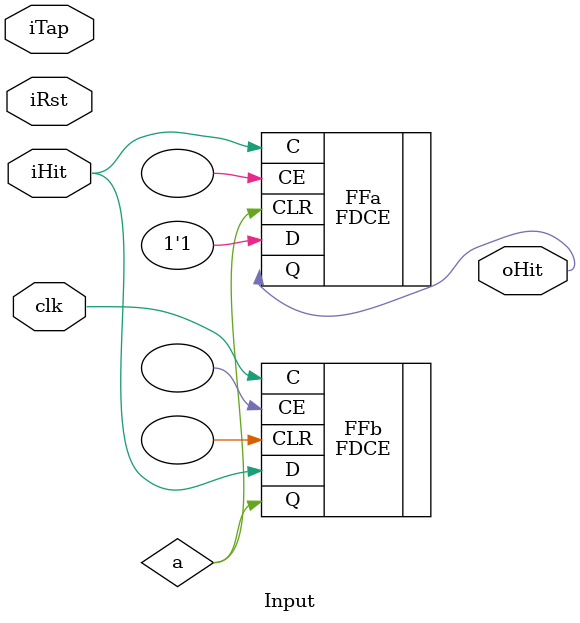
<source format=v>

(* keep_hierarchy = "TRUE" *) 
module  Input(
    input   wire    clk,
    input   wire    iRst,
    input   wire    iHit,
    input   wire    iTap,

    output  wire    oHit
);
    wire a;

    (* DONT_TOUCH = "yes" *) FDCE FFa (
        .Q(oHit)        ,   // 1-bit output: Data
        .C(iHit)         ,   // 1-bit input: Clock
        .CE()           ,   // 1-bit input: Clock enable
        .CLR(a)         ,
        .D(1'b1)        ,   // 1-bit input: Data
    );

    (* DONT_TOUCH = "yes" *) FDCE FFb (
        .Q(a)        ,   // 1-bit output: Data
        .C(clk)        ,   // 1-bit input: Clock
        .CE()           , // 1-bit input: Clock enable
        .CLR()         ,
        .D(iHit)        ,   // 1-bit input: Data
    );

endmodule //
</source>
